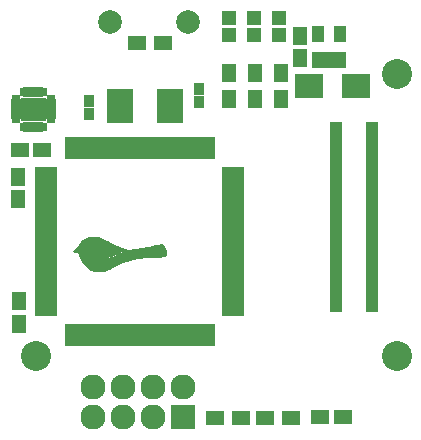
<source format=gts>
G04 #@! TF.FileFunction,Soldermask,Top*
%FSLAX46Y46*%
G04 Gerber Fmt 4.6, Leading zero omitted, Abs format (unit mm)*
G04 Created by KiCad (PCBNEW (2015-11-03 BZR 6296)-product) date Sunday, November 08, 2015 'AMt' 09:49:25 AM*
%MOMM*%
G01*
G04 APERTURE LIST*
%ADD10C,0.100000*%
%ADD11C,0.010000*%
%ADD12C,2.000000*%
%ADD13R,0.750000X0.400000*%
%ADD14R,0.950000X0.600000*%
%ADD15R,0.400000X0.750000*%
%ADD16R,0.600000X0.950000*%
%ADD17R,1.275000X1.200000*%
%ADD18R,1.600000X1.150000*%
%ADD19R,1.150000X1.600000*%
%ADD20R,1.197560X1.197560*%
%ADD21R,2.127200X2.127200*%
%ADD22O,2.127200X2.127200*%
%ADD23R,1.300000X1.600000*%
%ADD24R,1.600000X1.300000*%
%ADD25R,0.680000X1.900000*%
%ADD26R,1.900000X0.680000*%
%ADD27R,2.300000X3.000000*%
%ADD28R,1.100000X0.600000*%
%ADD29R,1.050000X1.460000*%
%ADD30C,2.540000*%
%ADD31R,0.900000X1.000000*%
%ADD32R,2.400000X2.000000*%
G04 APERTURE END LIST*
D10*
D11*
G36*
X137641031Y-109623103D02*
X137678866Y-109624878D01*
X137714763Y-109627950D01*
X137750412Y-109632451D01*
X137787499Y-109638512D01*
X137812537Y-109643226D01*
X137849505Y-109650873D01*
X137884770Y-109659056D01*
X137919378Y-109668108D01*
X137954376Y-109678364D01*
X137990809Y-109690156D01*
X138029722Y-109703818D01*
X138072161Y-109719684D01*
X138119173Y-109738088D01*
X138154737Y-109752406D01*
X138201958Y-109771805D01*
X138249898Y-109791943D01*
X138298959Y-109813011D01*
X138349547Y-109835199D01*
X138402066Y-109858695D01*
X138456921Y-109883689D01*
X138514514Y-109910372D01*
X138575251Y-109938932D01*
X138639536Y-109969559D01*
X138707773Y-110002442D01*
X138780365Y-110037772D01*
X138857719Y-110075737D01*
X138940236Y-110116528D01*
X139028323Y-110160333D01*
X139086085Y-110189177D01*
X139167799Y-110229964D01*
X139243732Y-110267698D01*
X139314358Y-110302596D01*
X139380149Y-110334875D01*
X139441577Y-110364752D01*
X139499115Y-110392444D01*
X139553235Y-110418167D01*
X139604409Y-110442138D01*
X139653111Y-110464575D01*
X139699811Y-110485695D01*
X139744982Y-110505714D01*
X139789097Y-110524848D01*
X139832629Y-110543316D01*
X139876049Y-110561334D01*
X139919829Y-110579119D01*
X139964443Y-110596888D01*
X140010363Y-110614857D01*
X140027542Y-110621509D01*
X140051524Y-110630793D01*
X140073788Y-110639455D01*
X140093348Y-110647109D01*
X140109219Y-110653366D01*
X140120414Y-110657840D01*
X140125784Y-110660070D01*
X140135832Y-110664573D01*
X140120698Y-110683849D01*
X140108889Y-110697902D01*
X140092920Y-110715482D01*
X140073921Y-110735449D01*
X140053023Y-110756663D01*
X140031357Y-110777986D01*
X140010055Y-110798277D01*
X139990246Y-110816397D01*
X139981681Y-110823920D01*
X139906102Y-110885039D01*
X139824352Y-110943238D01*
X139736747Y-110998375D01*
X139643601Y-111050306D01*
X139545231Y-111098886D01*
X139441952Y-111143973D01*
X139334079Y-111185422D01*
X139221928Y-111223091D01*
X139105814Y-111256835D01*
X138986054Y-111286510D01*
X138946278Y-111295281D01*
X138887253Y-111307567D01*
X138833414Y-111318013D01*
X138783205Y-111326877D01*
X138735074Y-111334413D01*
X138687469Y-111340877D01*
X138638835Y-111346526D01*
X138628778Y-111347588D01*
X138608732Y-111349185D01*
X138583512Y-111350438D01*
X138554439Y-111351348D01*
X138522833Y-111351913D01*
X138490014Y-111352134D01*
X138457303Y-111352011D01*
X138426020Y-111351543D01*
X138397485Y-111350730D01*
X138373019Y-111349572D01*
X138353941Y-111348069D01*
X138350083Y-111347629D01*
X138279587Y-111336359D01*
X138214668Y-111320777D01*
X138155314Y-111300875D01*
X138101511Y-111276642D01*
X138053246Y-111248071D01*
X138010506Y-111215152D01*
X137973275Y-111177875D01*
X137941542Y-111136233D01*
X137915292Y-111090216D01*
X137895814Y-111043556D01*
X137886564Y-111015336D01*
X137879950Y-110989790D01*
X137875611Y-110964670D01*
X137873189Y-110937726D01*
X137872323Y-110906710D01*
X137872311Y-110896690D01*
X137872506Y-110839783D01*
X137849541Y-110837430D01*
X137826577Y-110835078D01*
X137776819Y-110869010D01*
X137777261Y-110918359D01*
X137781246Y-110976590D01*
X137792027Y-111033341D01*
X137809427Y-111088195D01*
X137833267Y-111140732D01*
X137863369Y-111190536D01*
X137899554Y-111237188D01*
X137924774Y-111264155D01*
X137965410Y-111301000D01*
X138009140Y-111333371D01*
X138056472Y-111361491D01*
X138107911Y-111385584D01*
X138163966Y-111405873D01*
X138225143Y-111422584D01*
X138291948Y-111435938D01*
X138325389Y-111441113D01*
X138346455Y-111443389D01*
X138373303Y-111445185D01*
X138404675Y-111446500D01*
X138439315Y-111447334D01*
X138475966Y-111447688D01*
X138513369Y-111447562D01*
X138550269Y-111446956D01*
X138585407Y-111445870D01*
X138617526Y-111444303D01*
X138645370Y-111442257D01*
X138657000Y-111441088D01*
X138771247Y-111425915D01*
X138886379Y-111406055D01*
X139001524Y-111381770D01*
X139115809Y-111353321D01*
X139228359Y-111320969D01*
X139338303Y-111284975D01*
X139444766Y-111245600D01*
X139546876Y-111203106D01*
X139643760Y-111157754D01*
X139698608Y-111129498D01*
X139781718Y-111082751D01*
X139860658Y-111033631D01*
X139934981Y-110982487D01*
X140004241Y-110929668D01*
X140067993Y-110875522D01*
X140125791Y-110820397D01*
X140177188Y-110764643D01*
X140198880Y-110738480D01*
X140213589Y-110720572D01*
X140224647Y-110708259D01*
X140232321Y-110701267D01*
X140236878Y-110699322D01*
X140237106Y-110699373D01*
X140251682Y-110703012D01*
X140272129Y-110707139D01*
X140297296Y-110711588D01*
X140326029Y-110716193D01*
X140357174Y-110720787D01*
X140389579Y-110725204D01*
X140422091Y-110729276D01*
X140453556Y-110732837D01*
X140482821Y-110735720D01*
X140496736Y-110736893D01*
X140526996Y-110738630D01*
X140560509Y-110739311D01*
X140597721Y-110738909D01*
X140639075Y-110737398D01*
X140685017Y-110734750D01*
X140735991Y-110730938D01*
X140792441Y-110725937D01*
X140854812Y-110719719D01*
X140923548Y-110712256D01*
X140944764Y-110709853D01*
X141042696Y-110698039D01*
X141147110Y-110684253D01*
X141257726Y-110668544D01*
X141374267Y-110650962D01*
X141496454Y-110631559D01*
X141624011Y-110610386D01*
X141756657Y-110587492D01*
X141894117Y-110562928D01*
X142036110Y-110536746D01*
X142182360Y-110508995D01*
X142332588Y-110479727D01*
X142486517Y-110448991D01*
X142643867Y-110416840D01*
X142804361Y-110383322D01*
X142967721Y-110348489D01*
X143133669Y-110312392D01*
X143161972Y-110306166D01*
X143193505Y-110299268D01*
X143223573Y-110292787D01*
X143251326Y-110286899D01*
X143275913Y-110281780D01*
X143296484Y-110277607D01*
X143312186Y-110274556D01*
X143322170Y-110272804D01*
X143324250Y-110272520D01*
X143351629Y-110272603D01*
X143380597Y-110278198D01*
X143409337Y-110288640D01*
X143436032Y-110303263D01*
X143458863Y-110321400D01*
X143459577Y-110322097D01*
X143470334Y-110334458D01*
X143483559Y-110352584D01*
X143498873Y-110375782D01*
X143515898Y-110403362D01*
X143534253Y-110434633D01*
X143553562Y-110468902D01*
X143573444Y-110505479D01*
X143593521Y-110543671D01*
X143613415Y-110582789D01*
X143632747Y-110622139D01*
X143651137Y-110661031D01*
X143668208Y-110698774D01*
X143676938Y-110718888D01*
X143704418Y-110787828D01*
X143726295Y-110852753D01*
X143742564Y-110913631D01*
X143753220Y-110970428D01*
X143758258Y-111023112D01*
X143757674Y-111071650D01*
X143751462Y-111116008D01*
X143740303Y-111154355D01*
X143730721Y-111174617D01*
X143717158Y-111196530D01*
X143701359Y-111217628D01*
X143685072Y-111235441D01*
X143679089Y-111240860D01*
X143663700Y-111252771D01*
X143647081Y-111263287D01*
X143628689Y-111272518D01*
X143607978Y-111280574D01*
X143584406Y-111287565D01*
X143557427Y-111293602D01*
X143526498Y-111298794D01*
X143491074Y-111303252D01*
X143450612Y-111307086D01*
X143404567Y-111310405D01*
X143352396Y-111313321D01*
X143311903Y-111315182D01*
X143292132Y-111315961D01*
X143266304Y-111316876D01*
X143235416Y-111317897D01*
X143200464Y-111318994D01*
X143162446Y-111320137D01*
X143122357Y-111321294D01*
X143081195Y-111322437D01*
X143039956Y-111323534D01*
X143019097Y-111324070D01*
X142913132Y-111326865D01*
X142813623Y-111329728D01*
X142719971Y-111332688D01*
X142631576Y-111335774D01*
X142547840Y-111339016D01*
X142468162Y-111342444D01*
X142391944Y-111346086D01*
X142318587Y-111349972D01*
X142247491Y-111354132D01*
X142178056Y-111358595D01*
X142109683Y-111363390D01*
X142041774Y-111368548D01*
X141973729Y-111374096D01*
X141937833Y-111377168D01*
X141785425Y-111391484D01*
X141638916Y-111407501D01*
X141497314Y-111425426D01*
X141359629Y-111445462D01*
X141224869Y-111467813D01*
X141092042Y-111492686D01*
X140960156Y-111520283D01*
X140828221Y-111550811D01*
X140695244Y-111584473D01*
X140560234Y-111621474D01*
X140422199Y-111662018D01*
X140280149Y-111706311D01*
X140172181Y-111741516D01*
X140115529Y-111760415D01*
X140063101Y-111778181D01*
X140014324Y-111795079D01*
X139968627Y-111811377D01*
X139925437Y-111827340D01*
X139884184Y-111843235D01*
X139844295Y-111859327D01*
X139805199Y-111875884D01*
X139766325Y-111893170D01*
X139727099Y-111911452D01*
X139686952Y-111930997D01*
X139645310Y-111952071D01*
X139601602Y-111974939D01*
X139555257Y-111999869D01*
X139505703Y-112027125D01*
X139452368Y-112056975D01*
X139394680Y-112089684D01*
X139332068Y-112125519D01*
X139267306Y-112162815D01*
X139217113Y-112191743D01*
X139172343Y-112217450D01*
X139132339Y-112240298D01*
X139096445Y-112260648D01*
X139064006Y-112278863D01*
X139034365Y-112295303D01*
X139006866Y-112310330D01*
X138980853Y-112324307D01*
X138955670Y-112337594D01*
X138930662Y-112350554D01*
X138905172Y-112363549D01*
X138882778Y-112374820D01*
X138817461Y-112406741D01*
X138756674Y-112434702D01*
X138699369Y-112459064D01*
X138644501Y-112480188D01*
X138591022Y-112498436D01*
X138537885Y-112514169D01*
X138484043Y-112527748D01*
X138428449Y-112539537D01*
X138380975Y-112548094D01*
X138321699Y-112557475D01*
X138267114Y-112564849D01*
X138215196Y-112570377D01*
X138163926Y-112574223D01*
X138111279Y-112576550D01*
X138055234Y-112577522D01*
X138016708Y-112577509D01*
X137990120Y-112577309D01*
X137965076Y-112577051D01*
X137942670Y-112576751D01*
X137923997Y-112576426D01*
X137910149Y-112576092D01*
X137902223Y-112575767D01*
X137902056Y-112575755D01*
X137811009Y-112566740D01*
X137721200Y-112553096D01*
X137633485Y-112535042D01*
X137548718Y-112512798D01*
X137467756Y-112486583D01*
X137391455Y-112456619D01*
X137333791Y-112429817D01*
X137247957Y-112382919D01*
X137164330Y-112329377D01*
X137082988Y-112269273D01*
X137004006Y-112202690D01*
X136927461Y-112129708D01*
X136853429Y-112050411D01*
X136781985Y-111964879D01*
X136713207Y-111873196D01*
X136647171Y-111775442D01*
X136583952Y-111671701D01*
X136523627Y-111562053D01*
X136519300Y-111553746D01*
X136482293Y-111478734D01*
X136447779Y-111400989D01*
X136415400Y-111319580D01*
X136384798Y-111233574D01*
X136355612Y-111142039D01*
X136339110Y-111085758D01*
X136331543Y-111059169D01*
X136085806Y-110960044D01*
X136046329Y-110944069D01*
X136008813Y-110928791D01*
X135973766Y-110914422D01*
X135941694Y-110901173D01*
X135913102Y-110889257D01*
X135888498Y-110878887D01*
X135868388Y-110870274D01*
X135853278Y-110863630D01*
X135843674Y-110859168D01*
X135840083Y-110857101D01*
X135840069Y-110857055D01*
X135842644Y-110854178D01*
X135850115Y-110846965D01*
X135862098Y-110835762D01*
X135878213Y-110820917D01*
X135898078Y-110802776D01*
X135921310Y-110781686D01*
X135947529Y-110757994D01*
X135976351Y-110732048D01*
X136007395Y-110704193D01*
X136040280Y-110674778D01*
X136065847Y-110651966D01*
X136291625Y-110450741D01*
X136306003Y-110411022D01*
X136334338Y-110340948D01*
X136367586Y-110274045D01*
X136406152Y-110209707D01*
X136450445Y-110147324D01*
X136500870Y-110086287D01*
X136557835Y-110025990D01*
X136574224Y-110009917D01*
X136641538Y-109949739D01*
X136714130Y-109894059D01*
X136791734Y-109843010D01*
X136874086Y-109796722D01*
X136960921Y-109755330D01*
X137051974Y-109718964D01*
X137146979Y-109687758D01*
X137245671Y-109661842D01*
X137291750Y-109651834D01*
X137336147Y-109643197D01*
X137375869Y-109636427D01*
X137412979Y-109631295D01*
X137449540Y-109627572D01*
X137487614Y-109625029D01*
X137529265Y-109623439D01*
X137552806Y-109622916D01*
X137599574Y-109622493D01*
X137641031Y-109623103D01*
X137641031Y-109623103D01*
G37*
X137641031Y-109623103D02*
X137678866Y-109624878D01*
X137714763Y-109627950D01*
X137750412Y-109632451D01*
X137787499Y-109638512D01*
X137812537Y-109643226D01*
X137849505Y-109650873D01*
X137884770Y-109659056D01*
X137919378Y-109668108D01*
X137954376Y-109678364D01*
X137990809Y-109690156D01*
X138029722Y-109703818D01*
X138072161Y-109719684D01*
X138119173Y-109738088D01*
X138154737Y-109752406D01*
X138201958Y-109771805D01*
X138249898Y-109791943D01*
X138298959Y-109813011D01*
X138349547Y-109835199D01*
X138402066Y-109858695D01*
X138456921Y-109883689D01*
X138514514Y-109910372D01*
X138575251Y-109938932D01*
X138639536Y-109969559D01*
X138707773Y-110002442D01*
X138780365Y-110037772D01*
X138857719Y-110075737D01*
X138940236Y-110116528D01*
X139028323Y-110160333D01*
X139086085Y-110189177D01*
X139167799Y-110229964D01*
X139243732Y-110267698D01*
X139314358Y-110302596D01*
X139380149Y-110334875D01*
X139441577Y-110364752D01*
X139499115Y-110392444D01*
X139553235Y-110418167D01*
X139604409Y-110442138D01*
X139653111Y-110464575D01*
X139699811Y-110485695D01*
X139744982Y-110505714D01*
X139789097Y-110524848D01*
X139832629Y-110543316D01*
X139876049Y-110561334D01*
X139919829Y-110579119D01*
X139964443Y-110596888D01*
X140010363Y-110614857D01*
X140027542Y-110621509D01*
X140051524Y-110630793D01*
X140073788Y-110639455D01*
X140093348Y-110647109D01*
X140109219Y-110653366D01*
X140120414Y-110657840D01*
X140125784Y-110660070D01*
X140135832Y-110664573D01*
X140120698Y-110683849D01*
X140108889Y-110697902D01*
X140092920Y-110715482D01*
X140073921Y-110735449D01*
X140053023Y-110756663D01*
X140031357Y-110777986D01*
X140010055Y-110798277D01*
X139990246Y-110816397D01*
X139981681Y-110823920D01*
X139906102Y-110885039D01*
X139824352Y-110943238D01*
X139736747Y-110998375D01*
X139643601Y-111050306D01*
X139545231Y-111098886D01*
X139441952Y-111143973D01*
X139334079Y-111185422D01*
X139221928Y-111223091D01*
X139105814Y-111256835D01*
X138986054Y-111286510D01*
X138946278Y-111295281D01*
X138887253Y-111307567D01*
X138833414Y-111318013D01*
X138783205Y-111326877D01*
X138735074Y-111334413D01*
X138687469Y-111340877D01*
X138638835Y-111346526D01*
X138628778Y-111347588D01*
X138608732Y-111349185D01*
X138583512Y-111350438D01*
X138554439Y-111351348D01*
X138522833Y-111351913D01*
X138490014Y-111352134D01*
X138457303Y-111352011D01*
X138426020Y-111351543D01*
X138397485Y-111350730D01*
X138373019Y-111349572D01*
X138353941Y-111348069D01*
X138350083Y-111347629D01*
X138279587Y-111336359D01*
X138214668Y-111320777D01*
X138155314Y-111300875D01*
X138101511Y-111276642D01*
X138053246Y-111248071D01*
X138010506Y-111215152D01*
X137973275Y-111177875D01*
X137941542Y-111136233D01*
X137915292Y-111090216D01*
X137895814Y-111043556D01*
X137886564Y-111015336D01*
X137879950Y-110989790D01*
X137875611Y-110964670D01*
X137873189Y-110937726D01*
X137872323Y-110906710D01*
X137872311Y-110896690D01*
X137872506Y-110839783D01*
X137849541Y-110837430D01*
X137826577Y-110835078D01*
X137776819Y-110869010D01*
X137777261Y-110918359D01*
X137781246Y-110976590D01*
X137792027Y-111033341D01*
X137809427Y-111088195D01*
X137833267Y-111140732D01*
X137863369Y-111190536D01*
X137899554Y-111237188D01*
X137924774Y-111264155D01*
X137965410Y-111301000D01*
X138009140Y-111333371D01*
X138056472Y-111361491D01*
X138107911Y-111385584D01*
X138163966Y-111405873D01*
X138225143Y-111422584D01*
X138291948Y-111435938D01*
X138325389Y-111441113D01*
X138346455Y-111443389D01*
X138373303Y-111445185D01*
X138404675Y-111446500D01*
X138439315Y-111447334D01*
X138475966Y-111447688D01*
X138513369Y-111447562D01*
X138550269Y-111446956D01*
X138585407Y-111445870D01*
X138617526Y-111444303D01*
X138645370Y-111442257D01*
X138657000Y-111441088D01*
X138771247Y-111425915D01*
X138886379Y-111406055D01*
X139001524Y-111381770D01*
X139115809Y-111353321D01*
X139228359Y-111320969D01*
X139338303Y-111284975D01*
X139444766Y-111245600D01*
X139546876Y-111203106D01*
X139643760Y-111157754D01*
X139698608Y-111129498D01*
X139781718Y-111082751D01*
X139860658Y-111033631D01*
X139934981Y-110982487D01*
X140004241Y-110929668D01*
X140067993Y-110875522D01*
X140125791Y-110820397D01*
X140177188Y-110764643D01*
X140198880Y-110738480D01*
X140213589Y-110720572D01*
X140224647Y-110708259D01*
X140232321Y-110701267D01*
X140236878Y-110699322D01*
X140237106Y-110699373D01*
X140251682Y-110703012D01*
X140272129Y-110707139D01*
X140297296Y-110711588D01*
X140326029Y-110716193D01*
X140357174Y-110720787D01*
X140389579Y-110725204D01*
X140422091Y-110729276D01*
X140453556Y-110732837D01*
X140482821Y-110735720D01*
X140496736Y-110736893D01*
X140526996Y-110738630D01*
X140560509Y-110739311D01*
X140597721Y-110738909D01*
X140639075Y-110737398D01*
X140685017Y-110734750D01*
X140735991Y-110730938D01*
X140792441Y-110725937D01*
X140854812Y-110719719D01*
X140923548Y-110712256D01*
X140944764Y-110709853D01*
X141042696Y-110698039D01*
X141147110Y-110684253D01*
X141257726Y-110668544D01*
X141374267Y-110650962D01*
X141496454Y-110631559D01*
X141624011Y-110610386D01*
X141756657Y-110587492D01*
X141894117Y-110562928D01*
X142036110Y-110536746D01*
X142182360Y-110508995D01*
X142332588Y-110479727D01*
X142486517Y-110448991D01*
X142643867Y-110416840D01*
X142804361Y-110383322D01*
X142967721Y-110348489D01*
X143133669Y-110312392D01*
X143161972Y-110306166D01*
X143193505Y-110299268D01*
X143223573Y-110292787D01*
X143251326Y-110286899D01*
X143275913Y-110281780D01*
X143296484Y-110277607D01*
X143312186Y-110274556D01*
X143322170Y-110272804D01*
X143324250Y-110272520D01*
X143351629Y-110272603D01*
X143380597Y-110278198D01*
X143409337Y-110288640D01*
X143436032Y-110303263D01*
X143458863Y-110321400D01*
X143459577Y-110322097D01*
X143470334Y-110334458D01*
X143483559Y-110352584D01*
X143498873Y-110375782D01*
X143515898Y-110403362D01*
X143534253Y-110434633D01*
X143553562Y-110468902D01*
X143573444Y-110505479D01*
X143593521Y-110543671D01*
X143613415Y-110582789D01*
X143632747Y-110622139D01*
X143651137Y-110661031D01*
X143668208Y-110698774D01*
X143676938Y-110718888D01*
X143704418Y-110787828D01*
X143726295Y-110852753D01*
X143742564Y-110913631D01*
X143753220Y-110970428D01*
X143758258Y-111023112D01*
X143757674Y-111071650D01*
X143751462Y-111116008D01*
X143740303Y-111154355D01*
X143730721Y-111174617D01*
X143717158Y-111196530D01*
X143701359Y-111217628D01*
X143685072Y-111235441D01*
X143679089Y-111240860D01*
X143663700Y-111252771D01*
X143647081Y-111263287D01*
X143628689Y-111272518D01*
X143607978Y-111280574D01*
X143584406Y-111287565D01*
X143557427Y-111293602D01*
X143526498Y-111298794D01*
X143491074Y-111303252D01*
X143450612Y-111307086D01*
X143404567Y-111310405D01*
X143352396Y-111313321D01*
X143311903Y-111315182D01*
X143292132Y-111315961D01*
X143266304Y-111316876D01*
X143235416Y-111317897D01*
X143200464Y-111318994D01*
X143162446Y-111320137D01*
X143122357Y-111321294D01*
X143081195Y-111322437D01*
X143039956Y-111323534D01*
X143019097Y-111324070D01*
X142913132Y-111326865D01*
X142813623Y-111329728D01*
X142719971Y-111332688D01*
X142631576Y-111335774D01*
X142547840Y-111339016D01*
X142468162Y-111342444D01*
X142391944Y-111346086D01*
X142318587Y-111349972D01*
X142247491Y-111354132D01*
X142178056Y-111358595D01*
X142109683Y-111363390D01*
X142041774Y-111368548D01*
X141973729Y-111374096D01*
X141937833Y-111377168D01*
X141785425Y-111391484D01*
X141638916Y-111407501D01*
X141497314Y-111425426D01*
X141359629Y-111445462D01*
X141224869Y-111467813D01*
X141092042Y-111492686D01*
X140960156Y-111520283D01*
X140828221Y-111550811D01*
X140695244Y-111584473D01*
X140560234Y-111621474D01*
X140422199Y-111662018D01*
X140280149Y-111706311D01*
X140172181Y-111741516D01*
X140115529Y-111760415D01*
X140063101Y-111778181D01*
X140014324Y-111795079D01*
X139968627Y-111811377D01*
X139925437Y-111827340D01*
X139884184Y-111843235D01*
X139844295Y-111859327D01*
X139805199Y-111875884D01*
X139766325Y-111893170D01*
X139727099Y-111911452D01*
X139686952Y-111930997D01*
X139645310Y-111952071D01*
X139601602Y-111974939D01*
X139555257Y-111999869D01*
X139505703Y-112027125D01*
X139452368Y-112056975D01*
X139394680Y-112089684D01*
X139332068Y-112125519D01*
X139267306Y-112162815D01*
X139217113Y-112191743D01*
X139172343Y-112217450D01*
X139132339Y-112240298D01*
X139096445Y-112260648D01*
X139064006Y-112278863D01*
X139034365Y-112295303D01*
X139006866Y-112310330D01*
X138980853Y-112324307D01*
X138955670Y-112337594D01*
X138930662Y-112350554D01*
X138905172Y-112363549D01*
X138882778Y-112374820D01*
X138817461Y-112406741D01*
X138756674Y-112434702D01*
X138699369Y-112459064D01*
X138644501Y-112480188D01*
X138591022Y-112498436D01*
X138537885Y-112514169D01*
X138484043Y-112527748D01*
X138428449Y-112539537D01*
X138380975Y-112548094D01*
X138321699Y-112557475D01*
X138267114Y-112564849D01*
X138215196Y-112570377D01*
X138163926Y-112574223D01*
X138111279Y-112576550D01*
X138055234Y-112577522D01*
X138016708Y-112577509D01*
X137990120Y-112577309D01*
X137965076Y-112577051D01*
X137942670Y-112576751D01*
X137923997Y-112576426D01*
X137910149Y-112576092D01*
X137902223Y-112575767D01*
X137902056Y-112575755D01*
X137811009Y-112566740D01*
X137721200Y-112553096D01*
X137633485Y-112535042D01*
X137548718Y-112512798D01*
X137467756Y-112486583D01*
X137391455Y-112456619D01*
X137333791Y-112429817D01*
X137247957Y-112382919D01*
X137164330Y-112329377D01*
X137082988Y-112269273D01*
X137004006Y-112202690D01*
X136927461Y-112129708D01*
X136853429Y-112050411D01*
X136781985Y-111964879D01*
X136713207Y-111873196D01*
X136647171Y-111775442D01*
X136583952Y-111671701D01*
X136523627Y-111562053D01*
X136519300Y-111553746D01*
X136482293Y-111478734D01*
X136447779Y-111400989D01*
X136415400Y-111319580D01*
X136384798Y-111233574D01*
X136355612Y-111142039D01*
X136339110Y-111085758D01*
X136331543Y-111059169D01*
X136085806Y-110960044D01*
X136046329Y-110944069D01*
X136008813Y-110928791D01*
X135973766Y-110914422D01*
X135941694Y-110901173D01*
X135913102Y-110889257D01*
X135888498Y-110878887D01*
X135868388Y-110870274D01*
X135853278Y-110863630D01*
X135843674Y-110859168D01*
X135840083Y-110857101D01*
X135840069Y-110857055D01*
X135842644Y-110854178D01*
X135850115Y-110846965D01*
X135862098Y-110835762D01*
X135878213Y-110820917D01*
X135898078Y-110802776D01*
X135921310Y-110781686D01*
X135947529Y-110757994D01*
X135976351Y-110732048D01*
X136007395Y-110704193D01*
X136040280Y-110674778D01*
X136065847Y-110651966D01*
X136291625Y-110450741D01*
X136306003Y-110411022D01*
X136334338Y-110340948D01*
X136367586Y-110274045D01*
X136406152Y-110209707D01*
X136450445Y-110147324D01*
X136500870Y-110086287D01*
X136557835Y-110025990D01*
X136574224Y-110009917D01*
X136641538Y-109949739D01*
X136714130Y-109894059D01*
X136791734Y-109843010D01*
X136874086Y-109796722D01*
X136960921Y-109755330D01*
X137051974Y-109718964D01*
X137146979Y-109687758D01*
X137245671Y-109661842D01*
X137291750Y-109651834D01*
X137336147Y-109643197D01*
X137375869Y-109636427D01*
X137412979Y-109631295D01*
X137449540Y-109627572D01*
X137487614Y-109625029D01*
X137529265Y-109623439D01*
X137552806Y-109622916D01*
X137599574Y-109622493D01*
X137641031Y-109623103D01*
D12*
X139000000Y-91450000D03*
X145600000Y-91450000D03*
D13*
X131000000Y-97850000D03*
D14*
X131000000Y-98250000D03*
X131000000Y-98650000D03*
X131000000Y-99050000D03*
X131000000Y-99450000D03*
D13*
X131000000Y-99850000D03*
D15*
X131500000Y-100350000D03*
D16*
X131900000Y-100350000D03*
X132300000Y-100350000D03*
X132700000Y-100350000D03*
X133100000Y-100350000D03*
D15*
X133500000Y-100350000D03*
D13*
X134000000Y-99850000D03*
D14*
X134000000Y-99450000D03*
X134000000Y-99050000D03*
X134000000Y-98650000D03*
X134000000Y-98250000D03*
D13*
X134000000Y-97850000D03*
D15*
X133500000Y-97350000D03*
D16*
X133100000Y-97350000D03*
X132700000Y-97350000D03*
X132300000Y-97350000D03*
X131900000Y-97350000D03*
D15*
X131500000Y-97350000D03*
D17*
X132935000Y-99250000D03*
X132935000Y-98450000D03*
X132065000Y-99250000D03*
X132065000Y-98450000D03*
D18*
X131350000Y-102300000D03*
X133250000Y-102300000D03*
D19*
X131200000Y-104550000D03*
X131200000Y-106450000D03*
X131250000Y-117000000D03*
X131250000Y-115100000D03*
X155070000Y-92640000D03*
X155070000Y-94540000D03*
D20*
X153300000Y-91100000D03*
X153300000Y-92598600D03*
X151150000Y-91100000D03*
X151150000Y-92598600D03*
X149100000Y-91100000D03*
X149100000Y-92598600D03*
D21*
X145200000Y-124900000D03*
D22*
X145200000Y-122360000D03*
X142660000Y-124900000D03*
X142660000Y-122360000D03*
X140120000Y-124900000D03*
X140120000Y-122360000D03*
X137580000Y-124900000D03*
X137580000Y-122360000D03*
D23*
X153450000Y-98000000D03*
X153450000Y-95800000D03*
X151250000Y-98000000D03*
X151250000Y-95800000D03*
X149050000Y-98000000D03*
X149050000Y-95800000D03*
D24*
X141250000Y-93200000D03*
X143450000Y-93200000D03*
D25*
X147500000Y-102150000D03*
X147000000Y-102150000D03*
X146500000Y-102150000D03*
X146000000Y-102150000D03*
X145500000Y-102150000D03*
X145000000Y-102150000D03*
X144500000Y-102150000D03*
X144000000Y-102150000D03*
X143500000Y-102150000D03*
X143000000Y-102150000D03*
X142500000Y-102150000D03*
X142000000Y-102150000D03*
X141500000Y-102150000D03*
X141000000Y-102150000D03*
X140500000Y-102150000D03*
X140000000Y-102150000D03*
X139500000Y-102150000D03*
X139000000Y-102150000D03*
X138500000Y-102150000D03*
X138000000Y-102150000D03*
X137500000Y-102150000D03*
X137000000Y-102150000D03*
X136500000Y-102150000D03*
X136000000Y-102150000D03*
X135500000Y-102150000D03*
D26*
X133600000Y-104050000D03*
X133600000Y-104550000D03*
X133600000Y-105050000D03*
X133600000Y-105550000D03*
X133600000Y-106050000D03*
X133600000Y-106550000D03*
X133600000Y-107050000D03*
X133600000Y-107550000D03*
X133600000Y-108050000D03*
X133600000Y-108550000D03*
X133600000Y-109050000D03*
X133600000Y-109550000D03*
X133600000Y-110050000D03*
X133600000Y-110550000D03*
X133600000Y-111050000D03*
X133600000Y-111550000D03*
X133600000Y-112050000D03*
X133600000Y-112550000D03*
X133600000Y-113050000D03*
X133600000Y-113550000D03*
X133600000Y-114050000D03*
X133600000Y-114550000D03*
X133600000Y-115050000D03*
X133600000Y-115550000D03*
X133600000Y-116050000D03*
D25*
X135500000Y-117950000D03*
X136000000Y-117950000D03*
X136500000Y-117950000D03*
X137000000Y-117950000D03*
X137500000Y-117950000D03*
X138000000Y-117950000D03*
X138500000Y-117950000D03*
X139000000Y-117950000D03*
X139500000Y-117950000D03*
X140000000Y-117950000D03*
X140500000Y-117950000D03*
X141000000Y-117950000D03*
X141500000Y-117950000D03*
X142000000Y-117950000D03*
X142500000Y-117950000D03*
X143000000Y-117950000D03*
X143500000Y-117950000D03*
X144000000Y-117950000D03*
X144500000Y-117950000D03*
X145000000Y-117950000D03*
X145500000Y-117950000D03*
X146000000Y-117950000D03*
X146500000Y-117950000D03*
X147000000Y-117950000D03*
X147500000Y-117950000D03*
D26*
X149400000Y-116050000D03*
X149400000Y-115550000D03*
X149400000Y-115050000D03*
X149400000Y-114550000D03*
X149400000Y-114050000D03*
X149400000Y-113550000D03*
X149400000Y-113050000D03*
X149400000Y-112550000D03*
X149400000Y-112050000D03*
X149400000Y-111550000D03*
X149400000Y-111050000D03*
X149400000Y-110550000D03*
X149400000Y-110050000D03*
X149400000Y-109550000D03*
X149400000Y-109050000D03*
X149400000Y-108550000D03*
X149400000Y-108050000D03*
X149400000Y-107550000D03*
X149400000Y-107050000D03*
X149400000Y-106550000D03*
X149400000Y-106050000D03*
X149400000Y-105550000D03*
X149400000Y-105050000D03*
X149400000Y-104550000D03*
X149400000Y-104050000D03*
D27*
X139800000Y-98600000D03*
X144100000Y-98600000D03*
D18*
X156780000Y-124900000D03*
X158680000Y-124900000D03*
D28*
X161190000Y-100200000D03*
X161190000Y-100600000D03*
X161190000Y-101000000D03*
X161190000Y-101400000D03*
X161190000Y-101800000D03*
X161190000Y-102200000D03*
X161190000Y-102600000D03*
X161190000Y-103000000D03*
X161190000Y-103400000D03*
X161190000Y-103800000D03*
X161190000Y-107800000D03*
X161190000Y-107400000D03*
X161190000Y-107000000D03*
X161190000Y-106600000D03*
X161190000Y-106200000D03*
X161190000Y-105800000D03*
X161190000Y-105400000D03*
X161190000Y-105000000D03*
X161190000Y-104600000D03*
X161190000Y-104200000D03*
X161190000Y-108200000D03*
X161190000Y-108600000D03*
X161190000Y-109000000D03*
X161190000Y-109400000D03*
X161190000Y-109800000D03*
X161190000Y-110200000D03*
X161190000Y-110600000D03*
X161190000Y-111000000D03*
X161190000Y-111400000D03*
X161190000Y-111800000D03*
X161190000Y-115800000D03*
X161190000Y-115400000D03*
X161190000Y-115000000D03*
X161190000Y-114600000D03*
X161190000Y-114200000D03*
X161190000Y-113800000D03*
X161190000Y-113400000D03*
X161190000Y-113000000D03*
X161190000Y-112600000D03*
X161190000Y-112200000D03*
X158110000Y-112200000D03*
X158110000Y-112600000D03*
X158110000Y-113000000D03*
X158110000Y-113400000D03*
X158110000Y-113800000D03*
X158110000Y-114200000D03*
X158110000Y-114600000D03*
X158110000Y-115000000D03*
X158110000Y-115400000D03*
X158110000Y-115800000D03*
X158110000Y-111800000D03*
X158110000Y-111400000D03*
X158110000Y-111000000D03*
X158110000Y-110600000D03*
X158110000Y-110200000D03*
X158110000Y-109800000D03*
X158110000Y-109400000D03*
X158110000Y-109000000D03*
X158110000Y-108600000D03*
X158110000Y-108200000D03*
X158110000Y-104200000D03*
X158110000Y-104600000D03*
X158110000Y-105000000D03*
X158110000Y-105400000D03*
X158110000Y-105800000D03*
X158110000Y-106200000D03*
X158110000Y-106600000D03*
X158110000Y-107000000D03*
X158110000Y-107400000D03*
X158110000Y-107800000D03*
X158110000Y-103800000D03*
X158110000Y-103400000D03*
X158110000Y-103000000D03*
X158110000Y-102600000D03*
X158110000Y-102200000D03*
X158110000Y-101800000D03*
X158110000Y-101400000D03*
X158110000Y-101000000D03*
X158110000Y-100600000D03*
X158110000Y-100200000D03*
D24*
X147860000Y-124950000D03*
X150060000Y-124950000D03*
X154290000Y-124960000D03*
X152090000Y-124960000D03*
D29*
X156580000Y-94660000D03*
X157530000Y-94660000D03*
X158480000Y-94660000D03*
X158480000Y-92460000D03*
X156580000Y-92460000D03*
D30*
X132750000Y-119700000D03*
X163250000Y-119700000D03*
X163250000Y-95900000D03*
D31*
X146550000Y-97150000D03*
X146550000Y-98250000D03*
X137200000Y-99250000D03*
X137200000Y-98150000D03*
D32*
X159800000Y-96900000D03*
X155800000Y-96900000D03*
M02*

</source>
